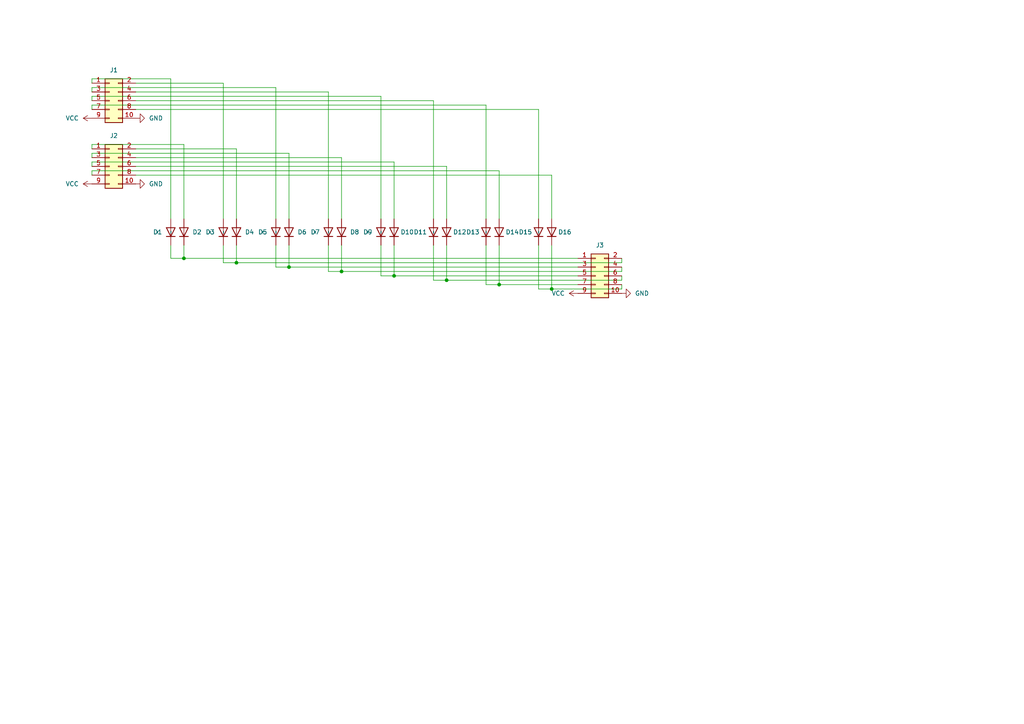
<source format=kicad_sch>
(kicad_sch (version 20231120) (generator "eeschema") (generator_version "8.0")
  (paper "A4")
  (lib_symbols
    (symbol "Connector_Generic:Conn_02x05_Odd_Even" (pin_names (offset 1.016) hide)
      (property "Reference" "J" (at 1.27 7.62 0))
      (property "Value" "Conn_02x05_Odd_Even" (at 1.27 -7.62 0))
      (symbol "Conn_02x05_Odd_Even_1_1"
        (rectangle (start -1.27 -4.953) (end 0 -5.207) (stroke (width 0.1524)))
        (rectangle (start -1.27 -2.413) (end 0 -2.667) (stroke (width 0.1524)))
        (rectangle (start -1.27 0.127) (end 0 -0.127) (stroke (width 0.1524)))
        (rectangle (start -1.27 2.667) (end 0 2.413) (stroke (width 0.1524)))
        (rectangle (start -1.27 5.207) (end 0 4.953) (stroke (width 0.1524)))
        (rectangle (start -1.27 6.35) (end 3.81 -6.35) (stroke (width 0.254)) (fill (type background)))
        (rectangle (start 3.81 -4.953) (end 2.54 -5.207) (stroke (width 0.1524)))
        (rectangle (start 3.81 -2.413) (end 2.54 -2.667) (stroke (width 0.1524)))
        (rectangle (start 3.81 0.127) (end 2.54 -0.127) (stroke (width 0.1524)))
        (rectangle (start 3.81 2.667) (end 2.54 2.413) (stroke (width 0.1524)))
        (rectangle (start 3.81 5.207) (end 2.54 4.953) (stroke (width 0.1524)))
        (pin passive line (at -5.08 5.08 0) (length 3.81) (name "Pin_1") (number "1"))
        (pin passive line (at 7.62 -5.08 180) (length 3.81) (name "Pin_10") (number "10"))
        (pin passive line (at 7.62 5.08 180) (length 3.81) (name "Pin_2") (number "2"))
        (pin passive line (at -5.08 2.54 0) (length 3.81) (name "Pin_3") (number "3"))
        (pin passive line (at 7.62 2.54 180) (length 3.81) (name "Pin_4") (number "4"))
        (pin passive line (at -5.08 0 0) (length 3.81) (name "Pin_5") (number "5"))
        (pin passive line (at 7.62 0 180) (length 3.81) (name "Pin_6") (number "6"))
        (pin passive line (at -5.08 -2.54 0) (length 3.81) (name "Pin_7") (number "7"))
        (pin passive line (at 7.62 -2.54 180) (length 3.81) (name "Pin_8") (number "8"))
        (pin passive line (at -5.08 -5.08 0) (length 3.81) (name "Pin_9") (number "9"))
      )
    )
    (symbol "Device:D" (pin_numbers hide) (pin_names (offset 1.016) hide)
      (property "Reference" "D" (at 0 2.54 0))
      (property "Value" "D" (at 0 -2.54 0))
      (symbol "D_0_1"
        (polyline (pts (xy -1.27 1.27) (xy -1.27 -1.27)) (stroke (width 0.254)))
        (polyline (pts (xy 1.27 0) (xy -1.27 0)))
        (polyline (pts (xy 1.27 1.27) (xy 1.27 -1.27) (xy -1.27 0) (xy 1.27 1.27)) (stroke (width 0.254)))
      )
      (symbol "D_1_1"
        (pin passive line (at -3.81 0 0) (length 2.54) (name "K") (number "1"))
        (pin passive line (at 3.81 0 180) (length 2.54) (name "A") (number "2"))
      )
    )
    (symbol "power:GND" (power) (pin_names (offset 0))
      (property "Value" "GND" (at 0 -3.81 0))
      (symbol "GND_0_1"
        (polyline (pts (xy 0 0) (xy 0 -1.27) (xy 1.27 -1.27) (xy 0 -2.54) (xy -1.27 -1.27) (xy 0 -1.27)))
      )
      (symbol "GND_1_1"
        (pin power_in line (at 0 0 270) (length 0) hide (name "GND") (number "1"))
      )
    )
    (symbol "power:VCC" (power) (pin_names (offset 0))
      (property "Value" "VCC" (at 0 3.81 0))
      (symbol "VCC_0_1"
        (polyline (pts (xy -0.762 1.27) (xy 0 2.54)))
        (polyline (pts (xy 0 0) (xy 0 2.54)))
        (polyline (pts (xy 0 2.54) (xy 0.762 1.27)))
      )
      (symbol "VCC_1_1"
        (pin power_in line (at 0 0 90) (length 0) hide (name "VCC") (number "1"))
      )
    )
  )
  (junction (at 129.54 81.28))
  (junction (at 83.82 77.47))
  (junction (at 160.02 83.82))
  (junction (at 144.78 82.55))
  (junction (at 114.3 80.01))
  (junction (at 99.06 78.74))
  (junction (at 68.58 76.2))
  (junction (at 53.34 74.93))
  (wire (pts (xy 26.67 31.75) (xy 26.67 30.48)))
  (wire (pts (xy 125.73 29.21) (xy 125.73 63.5)))
  (wire (pts (xy 156.21 83.82) (xy 156.21 71.12)))
  (wire (pts (xy 160.02 50.8) (xy 160.02 63.5)))
  (wire (pts (xy 160.02 71.12) (xy 160.02 83.82)))
  (wire (pts (xy 53.34 41.91) (xy 53.34 63.5)))
  (wire (pts (xy 140.97 30.48) (xy 140.97 63.5)))
  (wire (pts (xy 26.67 29.21) (xy 26.67 27.94)))
  (wire (pts (xy 26.67 27.94) (xy 110.49 27.94)))
  (wire (pts (xy 180.34 76.2) (xy 180.34 74.93)))
  (wire (pts (xy 114.3 46.99) (xy 114.3 63.5)))
  (wire (pts (xy 114.3 80.01) (xy 110.49 80.01)))
  (wire (pts (xy 64.77 71.12) (xy 64.77 76.2)))
  (wire (pts (xy 26.67 43.18) (xy 26.67 41.91)))
  (wire (pts (xy 99.06 45.72) (xy 99.06 63.5)))
  (wire (pts (xy 180.34 83.82) (xy 160.02 83.82)))
  (wire (pts (xy 129.54 81.28) (xy 125.73 81.28)))
  (wire (pts (xy 99.06 78.74) (xy 95.25 78.74)))
  (wire (pts (xy 180.34 77.47) (xy 180.34 78.74)))
  (wire (pts (xy 39.37 31.75) (xy 156.21 31.75)))
  (wire (pts (xy 26.67 41.91) (xy 53.34 41.91)))
  (wire (pts (xy 39.37 43.18) (xy 68.58 43.18)))
  (wire (pts (xy 68.58 76.2) (xy 180.34 76.2)))
  (wire (pts (xy 64.77 24.13) (xy 64.77 63.5)))
  (wire (pts (xy 26.67 24.13) (xy 26.67 22.86)))
  (wire (pts (xy 156.21 31.75) (xy 156.21 63.5)))
  (wire (pts (xy 80.01 25.4) (xy 80.01 63.5)))
  (wire (pts (xy 39.37 50.8) (xy 160.02 50.8)))
  (wire (pts (xy 110.49 80.01) (xy 110.49 71.12)))
  (wire (pts (xy 144.78 49.53) (xy 144.78 63.5)))
  (wire (pts (xy 26.67 22.86) (xy 49.53 22.86)))
  (wire (pts (xy 53.34 74.93) (xy 49.53 74.93)))
  (wire (pts (xy 129.54 71.12) (xy 129.54 81.28)))
  (wire (pts (xy 68.58 71.12) (xy 68.58 76.2)))
  (wire (pts (xy 39.37 26.67) (xy 95.25 26.67)))
  (wire (pts (xy 167.64 74.93) (xy 53.34 74.93)))
  (wire (pts (xy 26.67 45.72) (xy 26.67 44.45)))
  (wire (pts (xy 39.37 48.26) (xy 129.54 48.26)))
  (wire (pts (xy 26.67 25.4) (xy 80.01 25.4)))
  (wire (pts (xy 80.01 77.47) (xy 80.01 71.12)))
  (wire (pts (xy 49.53 22.86) (xy 49.53 63.5)))
  (wire (pts (xy 53.34 71.12) (xy 53.34 74.93)))
  (wire (pts (xy 95.25 26.67) (xy 95.25 63.5)))
  (wire (pts (xy 110.49 27.94) (xy 110.49 63.5)))
  (wire (pts (xy 26.67 48.26) (xy 26.67 46.99)))
  (wire (pts (xy 26.67 26.67) (xy 26.67 25.4)))
  (wire (pts (xy 26.67 46.99) (xy 114.3 46.99)))
  (wire (pts (xy 26.67 30.48) (xy 140.97 30.48)))
  (wire (pts (xy 180.34 81.28) (xy 129.54 81.28)))
  (wire (pts (xy 39.37 24.13) (xy 64.77 24.13)))
  (wire (pts (xy 167.64 80.01) (xy 114.3 80.01)))
  (wire (pts (xy 129.54 48.26) (xy 129.54 63.5)))
  (wire (pts (xy 180.34 78.74) (xy 99.06 78.74)))
  (wire (pts (xy 144.78 82.55) (xy 140.97 82.55)))
  (wire (pts (xy 99.06 71.12) (xy 99.06 78.74)))
  (wire (pts (xy 26.67 49.53) (xy 144.78 49.53)))
  (wire (pts (xy 83.82 71.12) (xy 83.82 77.47)))
  (wire (pts (xy 167.64 77.47) (xy 83.82 77.47)))
  (wire (pts (xy 114.3 71.12) (xy 114.3 80.01)))
  (wire (pts (xy 144.78 71.12) (xy 144.78 82.55)))
  (wire (pts (xy 95.25 78.74) (xy 95.25 71.12)))
  (wire (pts (xy 49.53 74.93) (xy 49.53 71.12)))
  (wire (pts (xy 160.02 83.82) (xy 156.21 83.82)))
  (wire (pts (xy 180.34 82.55) (xy 180.34 83.82)))
  (wire (pts (xy 83.82 44.45) (xy 83.82 63.5)))
  (wire (pts (xy 64.77 76.2) (xy 68.58 76.2)))
  (wire (pts (xy 26.67 44.45) (xy 83.82 44.45)))
  (wire (pts (xy 83.82 77.47) (xy 80.01 77.47)))
  (wire (pts (xy 180.34 80.01) (xy 180.34 81.28)))
  (wire (pts (xy 39.37 29.21) (xy 125.73 29.21)))
  (wire (pts (xy 68.58 43.18) (xy 68.58 63.5)))
  (wire (pts (xy 167.64 82.55) (xy 144.78 82.55)))
  (wire (pts (xy 125.73 81.28) (xy 125.73 71.12)))
  (wire (pts (xy 140.97 82.55) (xy 140.97 71.12)))
  (wire (pts (xy 39.37 45.72) (xy 99.06 45.72)))
  (wire (pts (xy 26.67 50.8) (xy 26.67 49.53)))
  (symbol (lib_id "power:VCC") (at 26.67 53.34 90) (unit 1)
    (property "Reference" "#PWR03" (effects (hide yes)))
    (property "Value" "VCC" (at 22.86 53.34 90) (effects (justify left)))
  )
  (symbol (lib_id "Device:D") (at 53.34 67.31 90) (unit 1)
    (property "Reference" "D2" (at 57.15 67.31 90))
    (property "Value" "~" (at 49.53 67.31 0))
    (property "Footprint" "Diode_SMD:D_SMA_Handsoldering" (effects (hide yes)))
    (property "Sim.Device" "D" (effects (hide yes)))
    (property "Sim.Pins" "1=K 2=A" (effects (hide yes)))
  )
  (symbol (lib_id "Connector_Generic:Conn_02x05_Odd_Even") (at 31.75 48.26 0) (unit 1)
    (property "Reference" "J2" (at 33.02 39.37 0))
    (property "Value" "BHR-10-VUA" (effects (hide yes)))
    (property "Footprint" "Connector_IDC:IDC-Header_2x05_P2.54mm_Vertical" (effects (hide yes)))
    (property "Datasheet" "https://app.adam-tech.com/products/download/data_sheet/203218/bhr-xx-vua-data-sheet.pdf" (effects (hide yes)))
  )
  (symbol (lib_id "Device:D") (at 64.77 67.31 90) (unit 1)
    (property "Reference" "D3" (at 60.96 67.31 90))
    (property "Value" "~" (at 60.96 67.31 0))
    (property "Footprint" "Diode_SMD:D_SMA_Handsoldering" (effects (hide yes)))
    (property "Sim.Device" "D" (effects (hide yes)))
    (property "Sim.Pins" "1=K 2=A" (effects (hide yes)))
  )
  (symbol (lib_id "power:VCC") (at 167.64 85.09 90) (unit 1)
    (property "Reference" "#PWR05" (effects (hide yes)))
    (property "Value" "VCC" (at 163.83 85.09 90) (effects (justify left)))
  )
  (symbol (lib_id "Device:D") (at 99.06 67.31 90) (unit 1)
    (property "Reference" "D8" (at 102.87 67.31 90))
    (property "Value" "~" (at 95.25 67.31 0))
    (property "Footprint" "Diode_SMD:D_SMA_Handsoldering" (effects (hide yes)))
    (property "Sim.Device" "D" (effects (hide yes)))
    (property "Sim.Pins" "1=K 2=A" (effects (hide yes)))
  )
  (symbol (lib_id "Device:D") (at 68.58 67.31 90) (unit 1)
    (property "Reference" "D4" (at 72.39 67.31 90))
    (property "Value" "~" (at 64.77 67.31 0))
    (property "Footprint" "Diode_SMD:D_SMA_Handsoldering" (effects (hide yes)))
    (property "Sim.Device" "D" (effects (hide yes)))
    (property "Sim.Pins" "1=K 2=A" (effects (hide yes)))
  )
  (symbol (lib_id "Device:D") (at 49.53 67.31 90) (unit 1)
    (property "Reference" "D1" (at 45.72 67.31 90))
    (property "Value" "~" (at 45.72 67.31 0))
    (property "Footprint" "Diode_SMD:D_SMA_Handsoldering" (effects (hide yes)))
    (property "Sim.Device" "D" (effects (hide yes)))
    (property "Sim.Pins" "1=K 2=A" (effects (hide yes)))
  )
  (symbol (lib_id "power:VCC") (at 26.67 34.29 90) (unit 1)
    (property "Reference" "#PWR01" (effects (hide yes)))
    (property "Value" "VCC" (at 22.86 34.29 90) (effects (justify left)))
  )
  (symbol (lib_id "power:GND") (at 180.34 85.09 90) (unit 1)
    (property "Reference" "#PWR06" (effects (hide yes)))
    (property "Value" "GND" (at 184.15 85.09 90) (effects (justify right)))
  )
  (symbol (lib_id "Connector_Generic:Conn_02x05_Odd_Even") (at 31.75 29.21 0) (unit 1)
    (property "Reference" "J1" (at 33.02 20.32 0))
    (property "Value" "BHR-10-VUA" (effects (hide yes)))
    (property "Footprint" "Connector_IDC:IDC-Header_2x05_P2.54mm_Vertical" (effects (hide yes)))
    (property "Datasheet" "https://app.adam-tech.com/products/download/data_sheet/203218/bhr-xx-vua-data-sheet.pdf" (effects (hide yes)))
  )
  (symbol (lib_id "Device:D") (at 83.82 67.31 90) (unit 1)
    (property "Reference" "D6" (at 87.63 67.31 90))
    (property "Value" "~" (at 80.01 67.31 0))
    (property "Footprint" "Diode_SMD:D_SMA_Handsoldering" (effects (hide yes)))
    (property "Sim.Device" "D" (effects (hide yes)))
    (property "Sim.Pins" "1=K 2=A" (effects (hide yes)))
  )
  (symbol (lib_id "Device:D") (at 129.54 67.31 90) (unit 1)
    (property "Reference" "D12" (at 133.35 67.31 90))
    (property "Value" "~" (at 125.73 67.31 0))
    (property "Footprint" "Diode_SMD:D_SMA_Handsoldering" (effects (hide yes)))
    (property "Sim.Device" "D" (effects (hide yes)))
    (property "Sim.Pins" "1=K 2=A" (effects (hide yes)))
  )
  (symbol (lib_id "Device:D") (at 140.97 67.31 90) (unit 1)
    (property "Reference" "D13" (at 137.16 67.31 90))
    (property "Value" "~" (at 137.16 67.31 0))
    (property "Footprint" "Diode_SMD:D_SMA_Handsoldering" (effects (hide yes)))
    (property "Sim.Device" "D" (effects (hide yes)))
    (property "Sim.Pins" "1=K 2=A" (effects (hide yes)))
  )
  (symbol (lib_id "Device:D") (at 125.73 67.31 90) (unit 1)
    (property "Reference" "D11" (at 121.92 67.31 90))
    (property "Value" "~" (at 121.92 67.31 0))
    (property "Footprint" "Diode_SMD:D_SMA_Handsoldering" (effects (hide yes)))
    (property "Sim.Device" "D" (effects (hide yes)))
    (property "Sim.Pins" "1=K 2=A" (effects (hide yes)))
  )
  (symbol (lib_id "Connector_Generic:Conn_02x05_Odd_Even") (at 172.72 80.01 0) (unit 1)
    (property "Reference" "J3" (at 173.99 71.12 0))
    (property "Value" "BHR-10-VUA" (effects (hide yes)))
    (property "Footprint" "Connector_IDC:IDC-Header_2x05_P2.54mm_Vertical" (effects (hide yes)))
    (property "Datasheet" "https://app.adam-tech.com/products/download/data_sheet/203218/bhr-xx-vua-data-sheet.pdf" (effects (hide yes)))
  )
  (symbol (lib_id "Device:D") (at 144.78 67.31 90) (unit 1)
    (property "Reference" "D14" (at 148.59 67.31 90))
    (property "Value" "~" (at 140.97 67.31 0))
    (property "Footprint" "Diode_SMD:D_SMA_Handsoldering" (effects (hide yes)))
    (property "Sim.Device" "D" (effects (hide yes)))
    (property "Sim.Pins" "1=K 2=A" (effects (hide yes)))
  )
  (symbol (lib_id "Device:D") (at 160.02 67.31 90) (unit 1)
    (property "Reference" "D16" (at 163.83 67.31 90))
    (property "Value" "~" (at 156.21 67.31 0))
    (property "Footprint" "Diode_SMD:D_SMA_Handsoldering" (effects (hide yes)))
    (property "Sim.Device" "D" (effects (hide yes)))
    (property "Sim.Pins" "1=K 2=A" (effects (hide yes)))
  )
  (symbol (lib_id "Device:D") (at 110.49 67.31 90) (unit 1)
    (property "Reference" "D9" (at 106.68 67.31 90))
    (property "Value" "~" (at 106.68 67.31 0))
    (property "Footprint" "Diode_SMD:D_SMA_Handsoldering" (effects (hide yes)))
    (property "Sim.Device" "D" (effects (hide yes)))
    (property "Sim.Pins" "1=K 2=A" (effects (hide yes)))
  )
  (symbol (lib_id "Device:D") (at 114.3 67.31 90) (unit 1)
    (property "Reference" "D10" (at 118.11 67.31 90))
    (property "Value" "~" (at 110.49 67.31 0))
    (property "Footprint" "Diode_SMD:D_SMA_Handsoldering" (effects (hide yes)))
    (property "Sim.Device" "D" (effects (hide yes)))
    (property "Sim.Pins" "1=K 2=A" (effects (hide yes)))
  )
  (symbol (lib_id "power:GND") (at 39.37 34.29 90) (unit 1)
    (property "Reference" "#PWR02" (effects (hide yes)))
    (property "Value" "GND" (at 43.18 34.29 90) (effects (justify right)))
  )
  (symbol (lib_id "Device:D") (at 95.25 67.31 90) (unit 1)
    (property "Reference" "D7" (at 91.44 67.31 90))
    (property "Value" "~" (at 91.44 67.31 0))
    (property "Footprint" "Diode_SMD:D_SMA_Handsoldering" (effects (hide yes)))
    (property "Sim.Device" "D" (effects (hide yes)))
    (property "Sim.Pins" "1=K 2=A" (effects (hide yes)))
  )
  (symbol (lib_id "Device:D") (at 156.21 67.31 90) (unit 1)
    (property "Reference" "D15" (at 152.4 67.31 90))
    (property "Value" "~" (at 152.4 67.31 0))
    (property "Footprint" "Diode_SMD:D_SMA_Handsoldering" (effects (hide yes)))
    (property "Sim.Device" "D" (effects (hide yes)))
    (property "Sim.Pins" "1=K 2=A" (effects (hide yes)))
  )
  (symbol (lib_id "power:GND") (at 39.37 53.34 90) (unit 1)
    (property "Reference" "#PWR04" (effects (hide yes)))
    (property "Value" "GND" (at 43.18 53.34 90) (effects (justify right)))
  )
  (symbol (lib_id "Device:D") (at 80.01 67.31 90) (unit 1)
    (property "Reference" "D5" (at 76.2 67.31 90))
    (property "Value" "~" (at 76.2 67.31 0))
    (property "Footprint" "Diode_SMD:D_SMA_Handsoldering" (effects (hide yes)))
    (property "Sim.Device" "D" (effects (hide yes)))
    (property "Sim.Pins" "1=K 2=A" (effects (hide yes)))
  )
)
</source>
